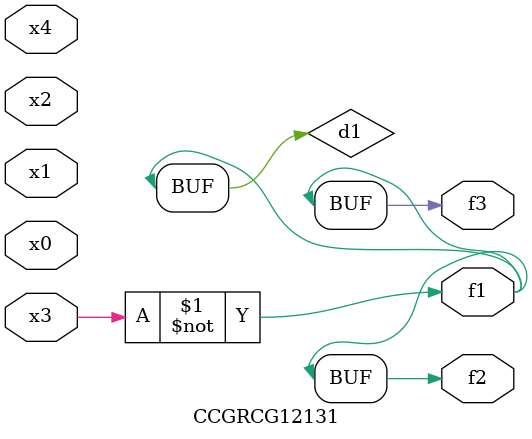
<source format=v>
module CCGRCG12131(
	input x0, x1, x2, x3, x4,
	output f1, f2, f3
);

	wire d1, d2;

	xnor (d1, x3);
	not (d2, x1);
	assign f1 = d1;
	assign f2 = d1;
	assign f3 = d1;
endmodule

</source>
